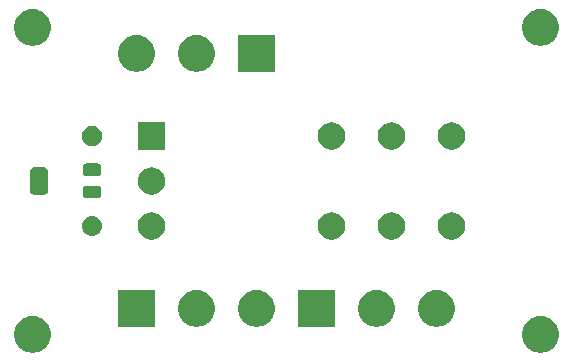
<source format=gts>
G04 #@! TF.GenerationSoftware,KiCad,Pcbnew,(5.1.4)-1*
G04 #@! TF.CreationDate,2019-09-09T12:01:52+02:00*
G04 #@! TF.ProjectId,SwitchRelay,53776974-6368-4526-956c-61792e6b6963,1.0*
G04 #@! TF.SameCoordinates,Original*
G04 #@! TF.FileFunction,Soldermask,Top*
G04 #@! TF.FilePolarity,Negative*
%FSLAX46Y46*%
G04 Gerber Fmt 4.6, Leading zero omitted, Abs format (unit mm)*
G04 Created by KiCad (PCBNEW (5.1.4)-1) date 2019-09-09 12:01:52*
%MOMM*%
%LPD*%
G04 APERTURE LIST*
%ADD10C,0.100000*%
G04 APERTURE END LIST*
D10*
G36*
X163407585Y-127683802D02*
G01*
X163557410Y-127713604D01*
X163839674Y-127830521D01*
X164093705Y-128000259D01*
X164309741Y-128216295D01*
X164479479Y-128470326D01*
X164596396Y-128752590D01*
X164656000Y-129052240D01*
X164656000Y-129357760D01*
X164596396Y-129657410D01*
X164479479Y-129939674D01*
X164309741Y-130193705D01*
X164093705Y-130409741D01*
X163839674Y-130579479D01*
X163557410Y-130696396D01*
X163407585Y-130726198D01*
X163257761Y-130756000D01*
X162952239Y-130756000D01*
X162802415Y-130726198D01*
X162652590Y-130696396D01*
X162370326Y-130579479D01*
X162116295Y-130409741D01*
X161900259Y-130193705D01*
X161730521Y-129939674D01*
X161613604Y-129657410D01*
X161554000Y-129357760D01*
X161554000Y-129052240D01*
X161613604Y-128752590D01*
X161730521Y-128470326D01*
X161900259Y-128216295D01*
X162116295Y-128000259D01*
X162370326Y-127830521D01*
X162652590Y-127713604D01*
X162802415Y-127683802D01*
X162952239Y-127654000D01*
X163257761Y-127654000D01*
X163407585Y-127683802D01*
X163407585Y-127683802D01*
G37*
G36*
X120407585Y-127683802D02*
G01*
X120557410Y-127713604D01*
X120839674Y-127830521D01*
X121093705Y-128000259D01*
X121309741Y-128216295D01*
X121479479Y-128470326D01*
X121596396Y-128752590D01*
X121656000Y-129052240D01*
X121656000Y-129357760D01*
X121596396Y-129657410D01*
X121479479Y-129939674D01*
X121309741Y-130193705D01*
X121093705Y-130409741D01*
X120839674Y-130579479D01*
X120557410Y-130696396D01*
X120407585Y-130726198D01*
X120257761Y-130756000D01*
X119952239Y-130756000D01*
X119802415Y-130726198D01*
X119652590Y-130696396D01*
X119370326Y-130579479D01*
X119116295Y-130409741D01*
X118900259Y-130193705D01*
X118730521Y-129939674D01*
X118613604Y-129657410D01*
X118554000Y-129357760D01*
X118554000Y-129052240D01*
X118613604Y-128752590D01*
X118730521Y-128470326D01*
X118900259Y-128216295D01*
X119116295Y-128000259D01*
X119370326Y-127830521D01*
X119652590Y-127713604D01*
X119802415Y-127683802D01*
X119952239Y-127654000D01*
X120257761Y-127654000D01*
X120407585Y-127683802D01*
X120407585Y-127683802D01*
G37*
G36*
X130456000Y-128551000D02*
G01*
X127354000Y-128551000D01*
X127354000Y-125449000D01*
X130456000Y-125449000D01*
X130456000Y-128551000D01*
X130456000Y-128551000D01*
G37*
G36*
X154607585Y-125478802D02*
G01*
X154757410Y-125508604D01*
X155039674Y-125625521D01*
X155293705Y-125795259D01*
X155509741Y-126011295D01*
X155679479Y-126265326D01*
X155796396Y-126547590D01*
X155856000Y-126847240D01*
X155856000Y-127152760D01*
X155796396Y-127452410D01*
X155679479Y-127734674D01*
X155509741Y-127988705D01*
X155293705Y-128204741D01*
X155039674Y-128374479D01*
X154757410Y-128491396D01*
X154607585Y-128521198D01*
X154457761Y-128551000D01*
X154152239Y-128551000D01*
X154002415Y-128521198D01*
X153852590Y-128491396D01*
X153570326Y-128374479D01*
X153316295Y-128204741D01*
X153100259Y-127988705D01*
X152930521Y-127734674D01*
X152813604Y-127452410D01*
X152754000Y-127152760D01*
X152754000Y-126847240D01*
X152813604Y-126547590D01*
X152930521Y-126265326D01*
X153100259Y-126011295D01*
X153316295Y-125795259D01*
X153570326Y-125625521D01*
X153852590Y-125508604D01*
X154002415Y-125478802D01*
X154152239Y-125449000D01*
X154457761Y-125449000D01*
X154607585Y-125478802D01*
X154607585Y-125478802D01*
G37*
G36*
X145696000Y-128551000D02*
G01*
X142594000Y-128551000D01*
X142594000Y-125449000D01*
X145696000Y-125449000D01*
X145696000Y-128551000D01*
X145696000Y-128551000D01*
G37*
G36*
X149527585Y-125478802D02*
G01*
X149677410Y-125508604D01*
X149959674Y-125625521D01*
X150213705Y-125795259D01*
X150429741Y-126011295D01*
X150599479Y-126265326D01*
X150716396Y-126547590D01*
X150776000Y-126847240D01*
X150776000Y-127152760D01*
X150716396Y-127452410D01*
X150599479Y-127734674D01*
X150429741Y-127988705D01*
X150213705Y-128204741D01*
X149959674Y-128374479D01*
X149677410Y-128491396D01*
X149527585Y-128521198D01*
X149377761Y-128551000D01*
X149072239Y-128551000D01*
X148922415Y-128521198D01*
X148772590Y-128491396D01*
X148490326Y-128374479D01*
X148236295Y-128204741D01*
X148020259Y-127988705D01*
X147850521Y-127734674D01*
X147733604Y-127452410D01*
X147674000Y-127152760D01*
X147674000Y-126847240D01*
X147733604Y-126547590D01*
X147850521Y-126265326D01*
X148020259Y-126011295D01*
X148236295Y-125795259D01*
X148490326Y-125625521D01*
X148772590Y-125508604D01*
X148922415Y-125478802D01*
X149072239Y-125449000D01*
X149377761Y-125449000D01*
X149527585Y-125478802D01*
X149527585Y-125478802D01*
G37*
G36*
X134287585Y-125478802D02*
G01*
X134437410Y-125508604D01*
X134719674Y-125625521D01*
X134973705Y-125795259D01*
X135189741Y-126011295D01*
X135359479Y-126265326D01*
X135476396Y-126547590D01*
X135536000Y-126847240D01*
X135536000Y-127152760D01*
X135476396Y-127452410D01*
X135359479Y-127734674D01*
X135189741Y-127988705D01*
X134973705Y-128204741D01*
X134719674Y-128374479D01*
X134437410Y-128491396D01*
X134287585Y-128521198D01*
X134137761Y-128551000D01*
X133832239Y-128551000D01*
X133682415Y-128521198D01*
X133532590Y-128491396D01*
X133250326Y-128374479D01*
X132996295Y-128204741D01*
X132780259Y-127988705D01*
X132610521Y-127734674D01*
X132493604Y-127452410D01*
X132434000Y-127152760D01*
X132434000Y-126847240D01*
X132493604Y-126547590D01*
X132610521Y-126265326D01*
X132780259Y-126011295D01*
X132996295Y-125795259D01*
X133250326Y-125625521D01*
X133532590Y-125508604D01*
X133682415Y-125478802D01*
X133832239Y-125449000D01*
X134137761Y-125449000D01*
X134287585Y-125478802D01*
X134287585Y-125478802D01*
G37*
G36*
X139367585Y-125478802D02*
G01*
X139517410Y-125508604D01*
X139799674Y-125625521D01*
X140053705Y-125795259D01*
X140269741Y-126011295D01*
X140439479Y-126265326D01*
X140556396Y-126547590D01*
X140616000Y-126847240D01*
X140616000Y-127152760D01*
X140556396Y-127452410D01*
X140439479Y-127734674D01*
X140269741Y-127988705D01*
X140053705Y-128204741D01*
X139799674Y-128374479D01*
X139517410Y-128491396D01*
X139367585Y-128521198D01*
X139217761Y-128551000D01*
X138912239Y-128551000D01*
X138762415Y-128521198D01*
X138612590Y-128491396D01*
X138330326Y-128374479D01*
X138076295Y-128204741D01*
X137860259Y-127988705D01*
X137690521Y-127734674D01*
X137573604Y-127452410D01*
X137514000Y-127152760D01*
X137514000Y-126847240D01*
X137573604Y-126547590D01*
X137690521Y-126265326D01*
X137860259Y-126011295D01*
X138076295Y-125795259D01*
X138330326Y-125625521D01*
X138612590Y-125508604D01*
X138762415Y-125478802D01*
X138912239Y-125449000D01*
X139217761Y-125449000D01*
X139367585Y-125478802D01*
X139367585Y-125478802D01*
G37*
G36*
X150719549Y-118886116D02*
G01*
X150830734Y-118908232D01*
X151040203Y-118994997D01*
X151228720Y-119120960D01*
X151389040Y-119281280D01*
X151515003Y-119469797D01*
X151601768Y-119679266D01*
X151646000Y-119901636D01*
X151646000Y-120128364D01*
X151601768Y-120350734D01*
X151515003Y-120560203D01*
X151389040Y-120748720D01*
X151228720Y-120909040D01*
X151040203Y-121035003D01*
X150830734Y-121121768D01*
X150719549Y-121143884D01*
X150608365Y-121166000D01*
X150381635Y-121166000D01*
X150270451Y-121143884D01*
X150159266Y-121121768D01*
X149949797Y-121035003D01*
X149761280Y-120909040D01*
X149600960Y-120748720D01*
X149474997Y-120560203D01*
X149388232Y-120350734D01*
X149344000Y-120128364D01*
X149344000Y-119901636D01*
X149388232Y-119679266D01*
X149474997Y-119469797D01*
X149600960Y-119281280D01*
X149761280Y-119120960D01*
X149949797Y-118994997D01*
X150159266Y-118908232D01*
X150270451Y-118886116D01*
X150381635Y-118864000D01*
X150608365Y-118864000D01*
X150719549Y-118886116D01*
X150719549Y-118886116D01*
G37*
G36*
X155799549Y-118886116D02*
G01*
X155910734Y-118908232D01*
X156120203Y-118994997D01*
X156308720Y-119120960D01*
X156469040Y-119281280D01*
X156595003Y-119469797D01*
X156681768Y-119679266D01*
X156726000Y-119901636D01*
X156726000Y-120128364D01*
X156681768Y-120350734D01*
X156595003Y-120560203D01*
X156469040Y-120748720D01*
X156308720Y-120909040D01*
X156120203Y-121035003D01*
X155910734Y-121121768D01*
X155799549Y-121143884D01*
X155688365Y-121166000D01*
X155461635Y-121166000D01*
X155350451Y-121143884D01*
X155239266Y-121121768D01*
X155029797Y-121035003D01*
X154841280Y-120909040D01*
X154680960Y-120748720D01*
X154554997Y-120560203D01*
X154468232Y-120350734D01*
X154424000Y-120128364D01*
X154424000Y-119901636D01*
X154468232Y-119679266D01*
X154554997Y-119469797D01*
X154680960Y-119281280D01*
X154841280Y-119120960D01*
X155029797Y-118994997D01*
X155239266Y-118908232D01*
X155350451Y-118886116D01*
X155461635Y-118864000D01*
X155688365Y-118864000D01*
X155799549Y-118886116D01*
X155799549Y-118886116D01*
G37*
G36*
X145639549Y-118886116D02*
G01*
X145750734Y-118908232D01*
X145960203Y-118994997D01*
X146148720Y-119120960D01*
X146309040Y-119281280D01*
X146435003Y-119469797D01*
X146521768Y-119679266D01*
X146566000Y-119901636D01*
X146566000Y-120128364D01*
X146521768Y-120350734D01*
X146435003Y-120560203D01*
X146309040Y-120748720D01*
X146148720Y-120909040D01*
X145960203Y-121035003D01*
X145750734Y-121121768D01*
X145639549Y-121143884D01*
X145528365Y-121166000D01*
X145301635Y-121166000D01*
X145190451Y-121143884D01*
X145079266Y-121121768D01*
X144869797Y-121035003D01*
X144681280Y-120909040D01*
X144520960Y-120748720D01*
X144394997Y-120560203D01*
X144308232Y-120350734D01*
X144264000Y-120128364D01*
X144264000Y-119901636D01*
X144308232Y-119679266D01*
X144394997Y-119469797D01*
X144520960Y-119281280D01*
X144681280Y-119120960D01*
X144869797Y-118994997D01*
X145079266Y-118908232D01*
X145190451Y-118886116D01*
X145301635Y-118864000D01*
X145528365Y-118864000D01*
X145639549Y-118886116D01*
X145639549Y-118886116D01*
G37*
G36*
X130399549Y-118886116D02*
G01*
X130510734Y-118908232D01*
X130720203Y-118994997D01*
X130908720Y-119120960D01*
X131069040Y-119281280D01*
X131195003Y-119469797D01*
X131281768Y-119679266D01*
X131326000Y-119901636D01*
X131326000Y-120128364D01*
X131281768Y-120350734D01*
X131195003Y-120560203D01*
X131069040Y-120748720D01*
X130908720Y-120909040D01*
X130720203Y-121035003D01*
X130510734Y-121121768D01*
X130399549Y-121143884D01*
X130288365Y-121166000D01*
X130061635Y-121166000D01*
X129950451Y-121143884D01*
X129839266Y-121121768D01*
X129629797Y-121035003D01*
X129441280Y-120909040D01*
X129280960Y-120748720D01*
X129154997Y-120560203D01*
X129068232Y-120350734D01*
X129024000Y-120128364D01*
X129024000Y-119901636D01*
X129068232Y-119679266D01*
X129154997Y-119469797D01*
X129280960Y-119281280D01*
X129441280Y-119120960D01*
X129629797Y-118994997D01*
X129839266Y-118908232D01*
X129950451Y-118886116D01*
X130061635Y-118864000D01*
X130288365Y-118864000D01*
X130399549Y-118886116D01*
X130399549Y-118886116D01*
G37*
G36*
X125301823Y-119176313D02*
G01*
X125462242Y-119224976D01*
X125567579Y-119281280D01*
X125610078Y-119303996D01*
X125739659Y-119410341D01*
X125846004Y-119539922D01*
X125846005Y-119539924D01*
X125925024Y-119687758D01*
X125973687Y-119848177D01*
X125990117Y-120015000D01*
X125973687Y-120181823D01*
X125925024Y-120342242D01*
X125854114Y-120474906D01*
X125846004Y-120490078D01*
X125739659Y-120619659D01*
X125610078Y-120726004D01*
X125610076Y-120726005D01*
X125462242Y-120805024D01*
X125301823Y-120853687D01*
X125176804Y-120866000D01*
X125093196Y-120866000D01*
X124968177Y-120853687D01*
X124807758Y-120805024D01*
X124659924Y-120726005D01*
X124659922Y-120726004D01*
X124530341Y-120619659D01*
X124423996Y-120490078D01*
X124415886Y-120474906D01*
X124344976Y-120342242D01*
X124296313Y-120181823D01*
X124279883Y-120015000D01*
X124296313Y-119848177D01*
X124344976Y-119687758D01*
X124423995Y-119539924D01*
X124423996Y-119539922D01*
X124530341Y-119410341D01*
X124659922Y-119303996D01*
X124702421Y-119281280D01*
X124807758Y-119224976D01*
X124968177Y-119176313D01*
X125093196Y-119164000D01*
X125176804Y-119164000D01*
X125301823Y-119176313D01*
X125301823Y-119176313D01*
G37*
G36*
X125719468Y-116608565D02*
G01*
X125758138Y-116620296D01*
X125793777Y-116639346D01*
X125825017Y-116664983D01*
X125850654Y-116696223D01*
X125869704Y-116731862D01*
X125881435Y-116770532D01*
X125886000Y-116816888D01*
X125886000Y-117468112D01*
X125881435Y-117514468D01*
X125869704Y-117553138D01*
X125850654Y-117588777D01*
X125825017Y-117620017D01*
X125793777Y-117645654D01*
X125758138Y-117664704D01*
X125719468Y-117676435D01*
X125673112Y-117681000D01*
X124596888Y-117681000D01*
X124550532Y-117676435D01*
X124511862Y-117664704D01*
X124476223Y-117645654D01*
X124444983Y-117620017D01*
X124419346Y-117588777D01*
X124400296Y-117553138D01*
X124388565Y-117514468D01*
X124384000Y-117468112D01*
X124384000Y-116816888D01*
X124388565Y-116770532D01*
X124400296Y-116731862D01*
X124419346Y-116696223D01*
X124444983Y-116664983D01*
X124476223Y-116639346D01*
X124511862Y-116620296D01*
X124550532Y-116608565D01*
X124596888Y-116604000D01*
X125673112Y-116604000D01*
X125719468Y-116608565D01*
X125719468Y-116608565D01*
G37*
G36*
X120912199Y-115004954D02*
G01*
X120924450Y-115005556D01*
X120942869Y-115005556D01*
X120965149Y-115007750D01*
X121049233Y-115024476D01*
X121070660Y-115030976D01*
X121149858Y-115063780D01*
X121155303Y-115066691D01*
X121155309Y-115066693D01*
X121164169Y-115071429D01*
X121164173Y-115071432D01*
X121169614Y-115074340D01*
X121240899Y-115121971D01*
X121258204Y-115136172D01*
X121318828Y-115196796D01*
X121333029Y-115214101D01*
X121380660Y-115285386D01*
X121383568Y-115290827D01*
X121383571Y-115290831D01*
X121388307Y-115299691D01*
X121388309Y-115299697D01*
X121391220Y-115305142D01*
X121424024Y-115384340D01*
X121430524Y-115405767D01*
X121447250Y-115489851D01*
X121449444Y-115512131D01*
X121449444Y-115530550D01*
X121450046Y-115542801D01*
X121451852Y-115561139D01*
X121451852Y-116048860D01*
X121450263Y-116064999D01*
X121447348Y-116074608D01*
X121442610Y-116083472D01*
X121436237Y-116091237D01*
X121423794Y-116101448D01*
X121413425Y-116108378D01*
X121396098Y-116125705D01*
X121382485Y-116146080D01*
X121373109Y-116168720D01*
X121368329Y-116192753D01*
X121368330Y-116217257D01*
X121373112Y-116241290D01*
X121382490Y-116263929D01*
X121396105Y-116284302D01*
X121413432Y-116301629D01*
X121423802Y-116308558D01*
X121436237Y-116318763D01*
X121442610Y-116326528D01*
X121447348Y-116335392D01*
X121450263Y-116345001D01*
X121451852Y-116361140D01*
X121451852Y-116848862D01*
X121450046Y-116867199D01*
X121449444Y-116879450D01*
X121449444Y-116897869D01*
X121447250Y-116920149D01*
X121430524Y-117004233D01*
X121424024Y-117025660D01*
X121391220Y-117104858D01*
X121388309Y-117110303D01*
X121388307Y-117110309D01*
X121383571Y-117119169D01*
X121383568Y-117119173D01*
X121380660Y-117124614D01*
X121333029Y-117195899D01*
X121318828Y-117213204D01*
X121258204Y-117273828D01*
X121240899Y-117288029D01*
X121169614Y-117335660D01*
X121164173Y-117338568D01*
X121164169Y-117338571D01*
X121155309Y-117343307D01*
X121155303Y-117343309D01*
X121149858Y-117346220D01*
X121070660Y-117379024D01*
X121049233Y-117385524D01*
X120965149Y-117402250D01*
X120942869Y-117404444D01*
X120924450Y-117404444D01*
X120912199Y-117405046D01*
X120893862Y-117406852D01*
X120406138Y-117406852D01*
X120387801Y-117405046D01*
X120375550Y-117404444D01*
X120357131Y-117404444D01*
X120334851Y-117402250D01*
X120250767Y-117385524D01*
X120229340Y-117379024D01*
X120150142Y-117346220D01*
X120144697Y-117343309D01*
X120144691Y-117343307D01*
X120135831Y-117338571D01*
X120135827Y-117338568D01*
X120130386Y-117335660D01*
X120059101Y-117288029D01*
X120041796Y-117273828D01*
X119981172Y-117213204D01*
X119966971Y-117195899D01*
X119919340Y-117124614D01*
X119916432Y-117119173D01*
X119916429Y-117119169D01*
X119911693Y-117110309D01*
X119911691Y-117110303D01*
X119908780Y-117104858D01*
X119875976Y-117025660D01*
X119869476Y-117004233D01*
X119852750Y-116920149D01*
X119850556Y-116897869D01*
X119850556Y-116879450D01*
X119849954Y-116867199D01*
X119848148Y-116848862D01*
X119848148Y-116361140D01*
X119849737Y-116345001D01*
X119852652Y-116335392D01*
X119857390Y-116326528D01*
X119863763Y-116318763D01*
X119876206Y-116308552D01*
X119886575Y-116301622D01*
X119903902Y-116284295D01*
X119917515Y-116263920D01*
X119926891Y-116241280D01*
X119931671Y-116217247D01*
X119931670Y-116192743D01*
X119926888Y-116168710D01*
X119917510Y-116146071D01*
X119903895Y-116125698D01*
X119886568Y-116108371D01*
X119876198Y-116101442D01*
X119863763Y-116091237D01*
X119857390Y-116083472D01*
X119852652Y-116074608D01*
X119849737Y-116064999D01*
X119848148Y-116048860D01*
X119848148Y-115561139D01*
X119849954Y-115542801D01*
X119850556Y-115530550D01*
X119850556Y-115512131D01*
X119852750Y-115489851D01*
X119869476Y-115405767D01*
X119875976Y-115384340D01*
X119908780Y-115305142D01*
X119911691Y-115299697D01*
X119911693Y-115299691D01*
X119916429Y-115290831D01*
X119916432Y-115290827D01*
X119919340Y-115285386D01*
X119966971Y-115214101D01*
X119981172Y-115196796D01*
X120041796Y-115136172D01*
X120059101Y-115121971D01*
X120130386Y-115074340D01*
X120135827Y-115071432D01*
X120135831Y-115071429D01*
X120144691Y-115066693D01*
X120144697Y-115066691D01*
X120150142Y-115063780D01*
X120229340Y-115030976D01*
X120250767Y-115024476D01*
X120334851Y-115007750D01*
X120357131Y-115005556D01*
X120375550Y-115005556D01*
X120387801Y-115004954D01*
X120406139Y-115003148D01*
X120893861Y-115003148D01*
X120912199Y-115004954D01*
X120912199Y-115004954D01*
G37*
G36*
X130375986Y-115071429D02*
G01*
X130510734Y-115098232D01*
X130720203Y-115184997D01*
X130908720Y-115310960D01*
X131069040Y-115471280D01*
X131195003Y-115659797D01*
X131240922Y-115770654D01*
X131281768Y-115869267D01*
X131326000Y-116091635D01*
X131326000Y-116318365D01*
X131318713Y-116355000D01*
X131281768Y-116540734D01*
X131195003Y-116750203D01*
X131069040Y-116938720D01*
X130908720Y-117099040D01*
X130720203Y-117225003D01*
X130510734Y-117311768D01*
X130399549Y-117333884D01*
X130288365Y-117356000D01*
X130061635Y-117356000D01*
X129950451Y-117333884D01*
X129839266Y-117311768D01*
X129629797Y-117225003D01*
X129441280Y-117099040D01*
X129280960Y-116938720D01*
X129154997Y-116750203D01*
X129068232Y-116540734D01*
X129031287Y-116355000D01*
X129024000Y-116318365D01*
X129024000Y-116091635D01*
X129068232Y-115869267D01*
X129109079Y-115770654D01*
X129154997Y-115659797D01*
X129280960Y-115471280D01*
X129441280Y-115310960D01*
X129629797Y-115184997D01*
X129839266Y-115098232D01*
X129974014Y-115071429D01*
X130061635Y-115054000D01*
X130288365Y-115054000D01*
X130375986Y-115071429D01*
X130375986Y-115071429D01*
G37*
G36*
X125719468Y-114733565D02*
G01*
X125758138Y-114745296D01*
X125793777Y-114764346D01*
X125825017Y-114789983D01*
X125850654Y-114821223D01*
X125869704Y-114856862D01*
X125881435Y-114895532D01*
X125886000Y-114941888D01*
X125886000Y-115593112D01*
X125881435Y-115639468D01*
X125869704Y-115678138D01*
X125850654Y-115713777D01*
X125825017Y-115745017D01*
X125793777Y-115770654D01*
X125758138Y-115789704D01*
X125719468Y-115801435D01*
X125673112Y-115806000D01*
X124596888Y-115806000D01*
X124550532Y-115801435D01*
X124511862Y-115789704D01*
X124476223Y-115770654D01*
X124444983Y-115745017D01*
X124419346Y-115713777D01*
X124400296Y-115678138D01*
X124388565Y-115639468D01*
X124384000Y-115593112D01*
X124384000Y-114941888D01*
X124388565Y-114895532D01*
X124400296Y-114856862D01*
X124419346Y-114821223D01*
X124444983Y-114789983D01*
X124476223Y-114764346D01*
X124511862Y-114745296D01*
X124550532Y-114733565D01*
X124596888Y-114729000D01*
X125673112Y-114729000D01*
X125719468Y-114733565D01*
X125719468Y-114733565D01*
G37*
G36*
X155799549Y-111266116D02*
G01*
X155910734Y-111288232D01*
X156120203Y-111374997D01*
X156308720Y-111500960D01*
X156469040Y-111661280D01*
X156595003Y-111849797D01*
X156595004Y-111849799D01*
X156681768Y-112059267D01*
X156726000Y-112281635D01*
X156726000Y-112508365D01*
X156681768Y-112730733D01*
X156596131Y-112937481D01*
X156595003Y-112940203D01*
X156469040Y-113128720D01*
X156308720Y-113289040D01*
X156120203Y-113415003D01*
X155910734Y-113501768D01*
X155799549Y-113523884D01*
X155688365Y-113546000D01*
X155461635Y-113546000D01*
X155350451Y-113523884D01*
X155239266Y-113501768D01*
X155029797Y-113415003D01*
X154841280Y-113289040D01*
X154680960Y-113128720D01*
X154554997Y-112940203D01*
X154553870Y-112937481D01*
X154468232Y-112730733D01*
X154424000Y-112508365D01*
X154424000Y-112281635D01*
X154468232Y-112059267D01*
X154554996Y-111849799D01*
X154554997Y-111849797D01*
X154680960Y-111661280D01*
X154841280Y-111500960D01*
X155029797Y-111374997D01*
X155239266Y-111288232D01*
X155350451Y-111266116D01*
X155461635Y-111244000D01*
X155688365Y-111244000D01*
X155799549Y-111266116D01*
X155799549Y-111266116D01*
G37*
G36*
X131326000Y-113546000D02*
G01*
X129024000Y-113546000D01*
X129024000Y-111244000D01*
X131326000Y-111244000D01*
X131326000Y-113546000D01*
X131326000Y-113546000D01*
G37*
G36*
X145639549Y-111266116D02*
G01*
X145750734Y-111288232D01*
X145960203Y-111374997D01*
X146148720Y-111500960D01*
X146309040Y-111661280D01*
X146435003Y-111849797D01*
X146435004Y-111849799D01*
X146521768Y-112059267D01*
X146566000Y-112281635D01*
X146566000Y-112508365D01*
X146521768Y-112730733D01*
X146436131Y-112937481D01*
X146435003Y-112940203D01*
X146309040Y-113128720D01*
X146148720Y-113289040D01*
X145960203Y-113415003D01*
X145750734Y-113501768D01*
X145639549Y-113523884D01*
X145528365Y-113546000D01*
X145301635Y-113546000D01*
X145190451Y-113523884D01*
X145079266Y-113501768D01*
X144869797Y-113415003D01*
X144681280Y-113289040D01*
X144520960Y-113128720D01*
X144394997Y-112940203D01*
X144393870Y-112937481D01*
X144308232Y-112730733D01*
X144264000Y-112508365D01*
X144264000Y-112281635D01*
X144308232Y-112059267D01*
X144394996Y-111849799D01*
X144394997Y-111849797D01*
X144520960Y-111661280D01*
X144681280Y-111500960D01*
X144869797Y-111374997D01*
X145079266Y-111288232D01*
X145190451Y-111266116D01*
X145301635Y-111244000D01*
X145528365Y-111244000D01*
X145639549Y-111266116D01*
X145639549Y-111266116D01*
G37*
G36*
X150719549Y-111266116D02*
G01*
X150830734Y-111288232D01*
X151040203Y-111374997D01*
X151228720Y-111500960D01*
X151389040Y-111661280D01*
X151515003Y-111849797D01*
X151515004Y-111849799D01*
X151601768Y-112059267D01*
X151646000Y-112281635D01*
X151646000Y-112508365D01*
X151601768Y-112730733D01*
X151516131Y-112937481D01*
X151515003Y-112940203D01*
X151389040Y-113128720D01*
X151228720Y-113289040D01*
X151040203Y-113415003D01*
X150830734Y-113501768D01*
X150719549Y-113523884D01*
X150608365Y-113546000D01*
X150381635Y-113546000D01*
X150270451Y-113523884D01*
X150159266Y-113501768D01*
X149949797Y-113415003D01*
X149761280Y-113289040D01*
X149600960Y-113128720D01*
X149474997Y-112940203D01*
X149473870Y-112937481D01*
X149388232Y-112730733D01*
X149344000Y-112508365D01*
X149344000Y-112281635D01*
X149388232Y-112059267D01*
X149474996Y-111849799D01*
X149474997Y-111849797D01*
X149600960Y-111661280D01*
X149761280Y-111500960D01*
X149949797Y-111374997D01*
X150159266Y-111288232D01*
X150270451Y-111266116D01*
X150381635Y-111244000D01*
X150608365Y-111244000D01*
X150719549Y-111266116D01*
X150719549Y-111266116D01*
G37*
G36*
X125383228Y-111576703D02*
G01*
X125538100Y-111640853D01*
X125677481Y-111733985D01*
X125796015Y-111852519D01*
X125889147Y-111991900D01*
X125953297Y-112146772D01*
X125986000Y-112311184D01*
X125986000Y-112478816D01*
X125953297Y-112643228D01*
X125889147Y-112798100D01*
X125796015Y-112937481D01*
X125677481Y-113056015D01*
X125538100Y-113149147D01*
X125383228Y-113213297D01*
X125218816Y-113246000D01*
X125051184Y-113246000D01*
X124886772Y-113213297D01*
X124731900Y-113149147D01*
X124592519Y-113056015D01*
X124473985Y-112937481D01*
X124380853Y-112798100D01*
X124316703Y-112643228D01*
X124284000Y-112478816D01*
X124284000Y-112311184D01*
X124316703Y-112146772D01*
X124380853Y-111991900D01*
X124473985Y-111852519D01*
X124592519Y-111733985D01*
X124731900Y-111640853D01*
X124886772Y-111576703D01*
X125051184Y-111544000D01*
X125218816Y-111544000D01*
X125383228Y-111576703D01*
X125383228Y-111576703D01*
G37*
G36*
X129207585Y-103888802D02*
G01*
X129357410Y-103918604D01*
X129639674Y-104035521D01*
X129893705Y-104205259D01*
X130109741Y-104421295D01*
X130279479Y-104675326D01*
X130396396Y-104957590D01*
X130456000Y-105257240D01*
X130456000Y-105562760D01*
X130396396Y-105862410D01*
X130279479Y-106144674D01*
X130109741Y-106398705D01*
X129893705Y-106614741D01*
X129639674Y-106784479D01*
X129357410Y-106901396D01*
X129207585Y-106931198D01*
X129057761Y-106961000D01*
X128752239Y-106961000D01*
X128602415Y-106931198D01*
X128452590Y-106901396D01*
X128170326Y-106784479D01*
X127916295Y-106614741D01*
X127700259Y-106398705D01*
X127530521Y-106144674D01*
X127413604Y-105862410D01*
X127354000Y-105562760D01*
X127354000Y-105257240D01*
X127413604Y-104957590D01*
X127530521Y-104675326D01*
X127700259Y-104421295D01*
X127916295Y-104205259D01*
X128170326Y-104035521D01*
X128452590Y-103918604D01*
X128602415Y-103888802D01*
X128752239Y-103859000D01*
X129057761Y-103859000D01*
X129207585Y-103888802D01*
X129207585Y-103888802D01*
G37*
G36*
X140616000Y-106961000D02*
G01*
X137514000Y-106961000D01*
X137514000Y-103859000D01*
X140616000Y-103859000D01*
X140616000Y-106961000D01*
X140616000Y-106961000D01*
G37*
G36*
X134287585Y-103888802D02*
G01*
X134437410Y-103918604D01*
X134719674Y-104035521D01*
X134973705Y-104205259D01*
X135189741Y-104421295D01*
X135359479Y-104675326D01*
X135476396Y-104957590D01*
X135536000Y-105257240D01*
X135536000Y-105562760D01*
X135476396Y-105862410D01*
X135359479Y-106144674D01*
X135189741Y-106398705D01*
X134973705Y-106614741D01*
X134719674Y-106784479D01*
X134437410Y-106901396D01*
X134287585Y-106931198D01*
X134137761Y-106961000D01*
X133832239Y-106961000D01*
X133682415Y-106931198D01*
X133532590Y-106901396D01*
X133250326Y-106784479D01*
X132996295Y-106614741D01*
X132780259Y-106398705D01*
X132610521Y-106144674D01*
X132493604Y-105862410D01*
X132434000Y-105562760D01*
X132434000Y-105257240D01*
X132493604Y-104957590D01*
X132610521Y-104675326D01*
X132780259Y-104421295D01*
X132996295Y-104205259D01*
X133250326Y-104035521D01*
X133532590Y-103918604D01*
X133682415Y-103888802D01*
X133832239Y-103859000D01*
X134137761Y-103859000D01*
X134287585Y-103888802D01*
X134287585Y-103888802D01*
G37*
G36*
X120407585Y-101683802D02*
G01*
X120557410Y-101713604D01*
X120839674Y-101830521D01*
X121093705Y-102000259D01*
X121309741Y-102216295D01*
X121479479Y-102470326D01*
X121596396Y-102752590D01*
X121656000Y-103052240D01*
X121656000Y-103357760D01*
X121596396Y-103657410D01*
X121479479Y-103939674D01*
X121309741Y-104193705D01*
X121093705Y-104409741D01*
X120839674Y-104579479D01*
X120557410Y-104696396D01*
X120407585Y-104726198D01*
X120257761Y-104756000D01*
X119952239Y-104756000D01*
X119802415Y-104726198D01*
X119652590Y-104696396D01*
X119370326Y-104579479D01*
X119116295Y-104409741D01*
X118900259Y-104193705D01*
X118730521Y-103939674D01*
X118613604Y-103657410D01*
X118554000Y-103357760D01*
X118554000Y-103052240D01*
X118613604Y-102752590D01*
X118730521Y-102470326D01*
X118900259Y-102216295D01*
X119116295Y-102000259D01*
X119370326Y-101830521D01*
X119652590Y-101713604D01*
X119802415Y-101683802D01*
X119952239Y-101654000D01*
X120257761Y-101654000D01*
X120407585Y-101683802D01*
X120407585Y-101683802D01*
G37*
G36*
X163407585Y-101683802D02*
G01*
X163557410Y-101713604D01*
X163839674Y-101830521D01*
X164093705Y-102000259D01*
X164309741Y-102216295D01*
X164479479Y-102470326D01*
X164596396Y-102752590D01*
X164656000Y-103052240D01*
X164656000Y-103357760D01*
X164596396Y-103657410D01*
X164479479Y-103939674D01*
X164309741Y-104193705D01*
X164093705Y-104409741D01*
X163839674Y-104579479D01*
X163557410Y-104696396D01*
X163407585Y-104726198D01*
X163257761Y-104756000D01*
X162952239Y-104756000D01*
X162802415Y-104726198D01*
X162652590Y-104696396D01*
X162370326Y-104579479D01*
X162116295Y-104409741D01*
X161900259Y-104193705D01*
X161730521Y-103939674D01*
X161613604Y-103657410D01*
X161554000Y-103357760D01*
X161554000Y-103052240D01*
X161613604Y-102752590D01*
X161730521Y-102470326D01*
X161900259Y-102216295D01*
X162116295Y-102000259D01*
X162370326Y-101830521D01*
X162652590Y-101713604D01*
X162802415Y-101683802D01*
X162952239Y-101654000D01*
X163257761Y-101654000D01*
X163407585Y-101683802D01*
X163407585Y-101683802D01*
G37*
M02*

</source>
